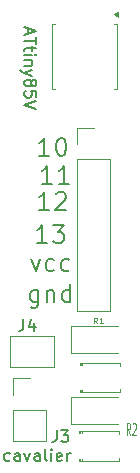
<source format=gbr>
%TF.GenerationSoftware,KiCad,Pcbnew,9.0.2+dfsg-1*%
%TF.CreationDate,2025-10-31T17:19:15+01:00*%
%TF.ProjectId,attiny,61747469-6e79-42e6-9b69-6361645f7063,rev?*%
%TF.SameCoordinates,Original*%
%TF.FileFunction,Legend,Top*%
%TF.FilePolarity,Positive*%
%FSLAX46Y46*%
G04 Gerber Fmt 4.6, Leading zero omitted, Abs format (unit mm)*
G04 Created by KiCad (PCBNEW 9.0.2+dfsg-1) date 2025-10-31 17:19:15*
%MOMM*%
%LPD*%
G01*
G04 APERTURE LIST*
%ADD10C,0.187500*%
%ADD11C,0.125000*%
%ADD12C,0.150000*%
%ADD13C,0.120000*%
G04 APERTURE END LIST*
D10*
X148866212Y-64406678D02*
X148009069Y-64406678D01*
X148437640Y-64406678D02*
X148437640Y-62906678D01*
X148437640Y-62906678D02*
X148294783Y-63120964D01*
X148294783Y-63120964D02*
X148151926Y-63263821D01*
X148151926Y-63263821D02*
X148009069Y-63335250D01*
X150294783Y-64406678D02*
X149437640Y-64406678D01*
X149866211Y-64406678D02*
X149866211Y-62906678D01*
X149866211Y-62906678D02*
X149723354Y-63120964D01*
X149723354Y-63120964D02*
X149580497Y-63263821D01*
X149580497Y-63263821D02*
X149437640Y-63335250D01*
X147723355Y-73406678D02*
X147723355Y-74620964D01*
X147723355Y-74620964D02*
X147651926Y-74763821D01*
X147651926Y-74763821D02*
X147580497Y-74835250D01*
X147580497Y-74835250D02*
X147437640Y-74906678D01*
X147437640Y-74906678D02*
X147223355Y-74906678D01*
X147223355Y-74906678D02*
X147080497Y-74835250D01*
X147723355Y-74335250D02*
X147580497Y-74406678D01*
X147580497Y-74406678D02*
X147294783Y-74406678D01*
X147294783Y-74406678D02*
X147151926Y-74335250D01*
X147151926Y-74335250D02*
X147080497Y-74263821D01*
X147080497Y-74263821D02*
X147009069Y-74120964D01*
X147009069Y-74120964D02*
X147009069Y-73692392D01*
X147009069Y-73692392D02*
X147080497Y-73549535D01*
X147080497Y-73549535D02*
X147151926Y-73478107D01*
X147151926Y-73478107D02*
X147294783Y-73406678D01*
X147294783Y-73406678D02*
X147580497Y-73406678D01*
X147580497Y-73406678D02*
X147723355Y-73478107D01*
X148437640Y-73406678D02*
X148437640Y-74406678D01*
X148437640Y-73549535D02*
X148509069Y-73478107D01*
X148509069Y-73478107D02*
X148651926Y-73406678D01*
X148651926Y-73406678D02*
X148866212Y-73406678D01*
X148866212Y-73406678D02*
X149009069Y-73478107D01*
X149009069Y-73478107D02*
X149080498Y-73620964D01*
X149080498Y-73620964D02*
X149080498Y-74406678D01*
X150437641Y-74406678D02*
X150437641Y-72906678D01*
X150437641Y-74335250D02*
X150294783Y-74406678D01*
X150294783Y-74406678D02*
X150009069Y-74406678D01*
X150009069Y-74406678D02*
X149866212Y-74335250D01*
X149866212Y-74335250D02*
X149794783Y-74263821D01*
X149794783Y-74263821D02*
X149723355Y-74120964D01*
X149723355Y-74120964D02*
X149723355Y-73692392D01*
X149723355Y-73692392D02*
X149794783Y-73549535D01*
X149794783Y-73549535D02*
X149866212Y-73478107D01*
X149866212Y-73478107D02*
X150009069Y-73406678D01*
X150009069Y-73406678D02*
X150294783Y-73406678D01*
X150294783Y-73406678D02*
X150437641Y-73478107D01*
X147137640Y-70806678D02*
X147494783Y-71806678D01*
X147494783Y-71806678D02*
X147851926Y-70806678D01*
X149066212Y-71735250D02*
X148923354Y-71806678D01*
X148923354Y-71806678D02*
X148637640Y-71806678D01*
X148637640Y-71806678D02*
X148494783Y-71735250D01*
X148494783Y-71735250D02*
X148423354Y-71663821D01*
X148423354Y-71663821D02*
X148351926Y-71520964D01*
X148351926Y-71520964D02*
X148351926Y-71092392D01*
X148351926Y-71092392D02*
X148423354Y-70949535D01*
X148423354Y-70949535D02*
X148494783Y-70878107D01*
X148494783Y-70878107D02*
X148637640Y-70806678D01*
X148637640Y-70806678D02*
X148923354Y-70806678D01*
X148923354Y-70806678D02*
X149066212Y-70878107D01*
X150351926Y-71735250D02*
X150209068Y-71806678D01*
X150209068Y-71806678D02*
X149923354Y-71806678D01*
X149923354Y-71806678D02*
X149780497Y-71735250D01*
X149780497Y-71735250D02*
X149709068Y-71663821D01*
X149709068Y-71663821D02*
X149637640Y-71520964D01*
X149637640Y-71520964D02*
X149637640Y-71092392D01*
X149637640Y-71092392D02*
X149709068Y-70949535D01*
X149709068Y-70949535D02*
X149780497Y-70878107D01*
X149780497Y-70878107D02*
X149923354Y-70806678D01*
X149923354Y-70806678D02*
X150209068Y-70806678D01*
X150209068Y-70806678D02*
X150351926Y-70878107D01*
X148666212Y-62006678D02*
X147809069Y-62006678D01*
X148237640Y-62006678D02*
X148237640Y-60506678D01*
X148237640Y-60506678D02*
X148094783Y-60720964D01*
X148094783Y-60720964D02*
X147951926Y-60863821D01*
X147951926Y-60863821D02*
X147809069Y-60935250D01*
X149594783Y-60506678D02*
X149737640Y-60506678D01*
X149737640Y-60506678D02*
X149880497Y-60578107D01*
X149880497Y-60578107D02*
X149951926Y-60649535D01*
X149951926Y-60649535D02*
X150023354Y-60792392D01*
X150023354Y-60792392D02*
X150094783Y-61078107D01*
X150094783Y-61078107D02*
X150094783Y-61435250D01*
X150094783Y-61435250D02*
X150023354Y-61720964D01*
X150023354Y-61720964D02*
X149951926Y-61863821D01*
X149951926Y-61863821D02*
X149880497Y-61935250D01*
X149880497Y-61935250D02*
X149737640Y-62006678D01*
X149737640Y-62006678D02*
X149594783Y-62006678D01*
X149594783Y-62006678D02*
X149451926Y-61935250D01*
X149451926Y-61935250D02*
X149380497Y-61863821D01*
X149380497Y-61863821D02*
X149309068Y-61720964D01*
X149309068Y-61720964D02*
X149237640Y-61435250D01*
X149237640Y-61435250D02*
X149237640Y-61078107D01*
X149237640Y-61078107D02*
X149309068Y-60792392D01*
X149309068Y-60792392D02*
X149380497Y-60649535D01*
X149380497Y-60649535D02*
X149451926Y-60578107D01*
X149451926Y-60578107D02*
X149594783Y-60506678D01*
X148466212Y-69406678D02*
X147609069Y-69406678D01*
X148037640Y-69406678D02*
X148037640Y-67906678D01*
X148037640Y-67906678D02*
X147894783Y-68120964D01*
X147894783Y-68120964D02*
X147751926Y-68263821D01*
X147751926Y-68263821D02*
X147609069Y-68335250D01*
X148966211Y-67906678D02*
X149894783Y-67906678D01*
X149894783Y-67906678D02*
X149394783Y-68478107D01*
X149394783Y-68478107D02*
X149609068Y-68478107D01*
X149609068Y-68478107D02*
X149751926Y-68549535D01*
X149751926Y-68549535D02*
X149823354Y-68620964D01*
X149823354Y-68620964D02*
X149894783Y-68763821D01*
X149894783Y-68763821D02*
X149894783Y-69120964D01*
X149894783Y-69120964D02*
X149823354Y-69263821D01*
X149823354Y-69263821D02*
X149751926Y-69335250D01*
X149751926Y-69335250D02*
X149609068Y-69406678D01*
X149609068Y-69406678D02*
X149180497Y-69406678D01*
X149180497Y-69406678D02*
X149037640Y-69335250D01*
X149037640Y-69335250D02*
X148966211Y-69263821D01*
X148666212Y-66606678D02*
X147809069Y-66606678D01*
X148237640Y-66606678D02*
X148237640Y-65106678D01*
X148237640Y-65106678D02*
X148094783Y-65320964D01*
X148094783Y-65320964D02*
X147951926Y-65463821D01*
X147951926Y-65463821D02*
X147809069Y-65535250D01*
X149237640Y-65249535D02*
X149309068Y-65178107D01*
X149309068Y-65178107D02*
X149451926Y-65106678D01*
X149451926Y-65106678D02*
X149809068Y-65106678D01*
X149809068Y-65106678D02*
X149951926Y-65178107D01*
X149951926Y-65178107D02*
X150023354Y-65249535D01*
X150023354Y-65249535D02*
X150094783Y-65392392D01*
X150094783Y-65392392D02*
X150094783Y-65535250D01*
X150094783Y-65535250D02*
X150023354Y-65749535D01*
X150023354Y-65749535D02*
X149166211Y-66606678D01*
X149166211Y-66606678D02*
X150094783Y-66606678D01*
D11*
X155516666Y-85656119D02*
X155350000Y-85179928D01*
X155230952Y-85656119D02*
X155230952Y-84656119D01*
X155230952Y-84656119D02*
X155421428Y-84656119D01*
X155421428Y-84656119D02*
X155469047Y-84703738D01*
X155469047Y-84703738D02*
X155492857Y-84751357D01*
X155492857Y-84751357D02*
X155516666Y-84846595D01*
X155516666Y-84846595D02*
X155516666Y-84989452D01*
X155516666Y-84989452D02*
X155492857Y-85084690D01*
X155492857Y-85084690D02*
X155469047Y-85132309D01*
X155469047Y-85132309D02*
X155421428Y-85179928D01*
X155421428Y-85179928D02*
X155230952Y-85179928D01*
X155707143Y-84751357D02*
X155730952Y-84703738D01*
X155730952Y-84703738D02*
X155778571Y-84656119D01*
X155778571Y-84656119D02*
X155897619Y-84656119D01*
X155897619Y-84656119D02*
X155945238Y-84703738D01*
X155945238Y-84703738D02*
X155969047Y-84751357D01*
X155969047Y-84751357D02*
X155992857Y-84846595D01*
X155992857Y-84846595D02*
X155992857Y-84941833D01*
X155992857Y-84941833D02*
X155969047Y-85084690D01*
X155969047Y-85084690D02*
X155683333Y-85656119D01*
X155683333Y-85656119D02*
X155992857Y-85656119D01*
D12*
X149266666Y-85254819D02*
X149266666Y-85969104D01*
X149266666Y-85969104D02*
X149219047Y-86111961D01*
X149219047Y-86111961D02*
X149123809Y-86207200D01*
X149123809Y-86207200D02*
X148980952Y-86254819D01*
X148980952Y-86254819D02*
X148885714Y-86254819D01*
X149647619Y-85254819D02*
X150266666Y-85254819D01*
X150266666Y-85254819D02*
X149933333Y-85635771D01*
X149933333Y-85635771D02*
X150076190Y-85635771D01*
X150076190Y-85635771D02*
X150171428Y-85683390D01*
X150171428Y-85683390D02*
X150219047Y-85731009D01*
X150219047Y-85731009D02*
X150266666Y-85826247D01*
X150266666Y-85826247D02*
X150266666Y-86064342D01*
X150266666Y-86064342D02*
X150219047Y-86159580D01*
X150219047Y-86159580D02*
X150171428Y-86207200D01*
X150171428Y-86207200D02*
X150076190Y-86254819D01*
X150076190Y-86254819D02*
X149790476Y-86254819D01*
X149790476Y-86254819D02*
X149695238Y-86207200D01*
X149695238Y-86207200D02*
X149647619Y-86159580D01*
X145314285Y-87807200D02*
X145219047Y-87854819D01*
X145219047Y-87854819D02*
X145028571Y-87854819D01*
X145028571Y-87854819D02*
X144933333Y-87807200D01*
X144933333Y-87807200D02*
X144885714Y-87759580D01*
X144885714Y-87759580D02*
X144838095Y-87664342D01*
X144838095Y-87664342D02*
X144838095Y-87378628D01*
X144838095Y-87378628D02*
X144885714Y-87283390D01*
X144885714Y-87283390D02*
X144933333Y-87235771D01*
X144933333Y-87235771D02*
X145028571Y-87188152D01*
X145028571Y-87188152D02*
X145219047Y-87188152D01*
X145219047Y-87188152D02*
X145314285Y-87235771D01*
X146171428Y-87854819D02*
X146171428Y-87331009D01*
X146171428Y-87331009D02*
X146123809Y-87235771D01*
X146123809Y-87235771D02*
X146028571Y-87188152D01*
X146028571Y-87188152D02*
X145838095Y-87188152D01*
X145838095Y-87188152D02*
X145742857Y-87235771D01*
X146171428Y-87807200D02*
X146076190Y-87854819D01*
X146076190Y-87854819D02*
X145838095Y-87854819D01*
X145838095Y-87854819D02*
X145742857Y-87807200D01*
X145742857Y-87807200D02*
X145695238Y-87711961D01*
X145695238Y-87711961D02*
X145695238Y-87616723D01*
X145695238Y-87616723D02*
X145742857Y-87521485D01*
X145742857Y-87521485D02*
X145838095Y-87473866D01*
X145838095Y-87473866D02*
X146076190Y-87473866D01*
X146076190Y-87473866D02*
X146171428Y-87426247D01*
X146552381Y-87188152D02*
X146790476Y-87854819D01*
X146790476Y-87854819D02*
X147028571Y-87188152D01*
X147838095Y-87854819D02*
X147838095Y-87331009D01*
X147838095Y-87331009D02*
X147790476Y-87235771D01*
X147790476Y-87235771D02*
X147695238Y-87188152D01*
X147695238Y-87188152D02*
X147504762Y-87188152D01*
X147504762Y-87188152D02*
X147409524Y-87235771D01*
X147838095Y-87807200D02*
X147742857Y-87854819D01*
X147742857Y-87854819D02*
X147504762Y-87854819D01*
X147504762Y-87854819D02*
X147409524Y-87807200D01*
X147409524Y-87807200D02*
X147361905Y-87711961D01*
X147361905Y-87711961D02*
X147361905Y-87616723D01*
X147361905Y-87616723D02*
X147409524Y-87521485D01*
X147409524Y-87521485D02*
X147504762Y-87473866D01*
X147504762Y-87473866D02*
X147742857Y-87473866D01*
X147742857Y-87473866D02*
X147838095Y-87426247D01*
X148457143Y-87854819D02*
X148361905Y-87807200D01*
X148361905Y-87807200D02*
X148314286Y-87711961D01*
X148314286Y-87711961D02*
X148314286Y-86854819D01*
X148838096Y-87854819D02*
X148838096Y-87188152D01*
X148838096Y-86854819D02*
X148790477Y-86902438D01*
X148790477Y-86902438D02*
X148838096Y-86950057D01*
X148838096Y-86950057D02*
X148885715Y-86902438D01*
X148885715Y-86902438D02*
X148838096Y-86854819D01*
X148838096Y-86854819D02*
X148838096Y-86950057D01*
X149695238Y-87807200D02*
X149600000Y-87854819D01*
X149600000Y-87854819D02*
X149409524Y-87854819D01*
X149409524Y-87854819D02*
X149314286Y-87807200D01*
X149314286Y-87807200D02*
X149266667Y-87711961D01*
X149266667Y-87711961D02*
X149266667Y-87331009D01*
X149266667Y-87331009D02*
X149314286Y-87235771D01*
X149314286Y-87235771D02*
X149409524Y-87188152D01*
X149409524Y-87188152D02*
X149600000Y-87188152D01*
X149600000Y-87188152D02*
X149695238Y-87235771D01*
X149695238Y-87235771D02*
X149742857Y-87331009D01*
X149742857Y-87331009D02*
X149742857Y-87426247D01*
X149742857Y-87426247D02*
X149266667Y-87521485D01*
X150171429Y-87854819D02*
X150171429Y-87188152D01*
X150171429Y-87378628D02*
X150219048Y-87283390D01*
X150219048Y-87283390D02*
X150266667Y-87235771D01*
X150266667Y-87235771D02*
X150361905Y-87188152D01*
X150361905Y-87188152D02*
X150457143Y-87188152D01*
D11*
X152716666Y-76224809D02*
X152550000Y-75986714D01*
X152430952Y-76224809D02*
X152430952Y-75724809D01*
X152430952Y-75724809D02*
X152621428Y-75724809D01*
X152621428Y-75724809D02*
X152669047Y-75748619D01*
X152669047Y-75748619D02*
X152692857Y-75772428D01*
X152692857Y-75772428D02*
X152716666Y-75820047D01*
X152716666Y-75820047D02*
X152716666Y-75891476D01*
X152716666Y-75891476D02*
X152692857Y-75939095D01*
X152692857Y-75939095D02*
X152669047Y-75962904D01*
X152669047Y-75962904D02*
X152621428Y-75986714D01*
X152621428Y-75986714D02*
X152430952Y-75986714D01*
X153192857Y-76224809D02*
X152907143Y-76224809D01*
X153050000Y-76224809D02*
X153050000Y-75724809D01*
X153050000Y-75724809D02*
X153002381Y-75796238D01*
X153002381Y-75796238D02*
X152954762Y-75843857D01*
X152954762Y-75843857D02*
X152907143Y-75867666D01*
D12*
X146466666Y-75854819D02*
X146466666Y-76569104D01*
X146466666Y-76569104D02*
X146419047Y-76711961D01*
X146419047Y-76711961D02*
X146323809Y-76807200D01*
X146323809Y-76807200D02*
X146180952Y-76854819D01*
X146180952Y-76854819D02*
X146085714Y-76854819D01*
X147371428Y-76188152D02*
X147371428Y-76854819D01*
X147133333Y-75807200D02*
X146895238Y-76521485D01*
X146895238Y-76521485D02*
X147514285Y-76521485D01*
X146830895Y-51242857D02*
X146830895Y-51719047D01*
X146545180Y-51147619D02*
X147545180Y-51480952D01*
X147545180Y-51480952D02*
X146545180Y-51814285D01*
X147545180Y-52004762D02*
X147545180Y-52576190D01*
X146545180Y-52290476D02*
X147545180Y-52290476D01*
X147211847Y-52766667D02*
X147211847Y-53147619D01*
X147545180Y-52909524D02*
X146688038Y-52909524D01*
X146688038Y-52909524D02*
X146592800Y-52957143D01*
X146592800Y-52957143D02*
X146545180Y-53052381D01*
X146545180Y-53052381D02*
X146545180Y-53147619D01*
X146545180Y-53480953D02*
X147211847Y-53480953D01*
X147545180Y-53480953D02*
X147497561Y-53433334D01*
X147497561Y-53433334D02*
X147449942Y-53480953D01*
X147449942Y-53480953D02*
X147497561Y-53528572D01*
X147497561Y-53528572D02*
X147545180Y-53480953D01*
X147545180Y-53480953D02*
X147449942Y-53480953D01*
X147211847Y-53957143D02*
X146545180Y-53957143D01*
X147116609Y-53957143D02*
X147164228Y-54004762D01*
X147164228Y-54004762D02*
X147211847Y-54100000D01*
X147211847Y-54100000D02*
X147211847Y-54242857D01*
X147211847Y-54242857D02*
X147164228Y-54338095D01*
X147164228Y-54338095D02*
X147068990Y-54385714D01*
X147068990Y-54385714D02*
X146545180Y-54385714D01*
X147211847Y-54766667D02*
X146545180Y-55004762D01*
X147211847Y-55242857D02*
X146545180Y-55004762D01*
X146545180Y-55004762D02*
X146307085Y-54909524D01*
X146307085Y-54909524D02*
X146259466Y-54861905D01*
X146259466Y-54861905D02*
X146211847Y-54766667D01*
X147116609Y-55766667D02*
X147164228Y-55671429D01*
X147164228Y-55671429D02*
X147211847Y-55623810D01*
X147211847Y-55623810D02*
X147307085Y-55576191D01*
X147307085Y-55576191D02*
X147354704Y-55576191D01*
X147354704Y-55576191D02*
X147449942Y-55623810D01*
X147449942Y-55623810D02*
X147497561Y-55671429D01*
X147497561Y-55671429D02*
X147545180Y-55766667D01*
X147545180Y-55766667D02*
X147545180Y-55957143D01*
X147545180Y-55957143D02*
X147497561Y-56052381D01*
X147497561Y-56052381D02*
X147449942Y-56100000D01*
X147449942Y-56100000D02*
X147354704Y-56147619D01*
X147354704Y-56147619D02*
X147307085Y-56147619D01*
X147307085Y-56147619D02*
X147211847Y-56100000D01*
X147211847Y-56100000D02*
X147164228Y-56052381D01*
X147164228Y-56052381D02*
X147116609Y-55957143D01*
X147116609Y-55957143D02*
X147116609Y-55766667D01*
X147116609Y-55766667D02*
X147068990Y-55671429D01*
X147068990Y-55671429D02*
X147021371Y-55623810D01*
X147021371Y-55623810D02*
X146926133Y-55576191D01*
X146926133Y-55576191D02*
X146735657Y-55576191D01*
X146735657Y-55576191D02*
X146640419Y-55623810D01*
X146640419Y-55623810D02*
X146592800Y-55671429D01*
X146592800Y-55671429D02*
X146545180Y-55766667D01*
X146545180Y-55766667D02*
X146545180Y-55957143D01*
X146545180Y-55957143D02*
X146592800Y-56052381D01*
X146592800Y-56052381D02*
X146640419Y-56100000D01*
X146640419Y-56100000D02*
X146735657Y-56147619D01*
X146735657Y-56147619D02*
X146926133Y-56147619D01*
X146926133Y-56147619D02*
X147021371Y-56100000D01*
X147021371Y-56100000D02*
X147068990Y-56052381D01*
X147068990Y-56052381D02*
X147116609Y-55957143D01*
X147545180Y-57052381D02*
X147545180Y-56576191D01*
X147545180Y-56576191D02*
X147068990Y-56528572D01*
X147068990Y-56528572D02*
X147116609Y-56576191D01*
X147116609Y-56576191D02*
X147164228Y-56671429D01*
X147164228Y-56671429D02*
X147164228Y-56909524D01*
X147164228Y-56909524D02*
X147116609Y-57004762D01*
X147116609Y-57004762D02*
X147068990Y-57052381D01*
X147068990Y-57052381D02*
X146973752Y-57100000D01*
X146973752Y-57100000D02*
X146735657Y-57100000D01*
X146735657Y-57100000D02*
X146640419Y-57052381D01*
X146640419Y-57052381D02*
X146592800Y-57004762D01*
X146592800Y-57004762D02*
X146545180Y-56909524D01*
X146545180Y-56909524D02*
X146545180Y-56671429D01*
X146545180Y-56671429D02*
X146592800Y-56576191D01*
X146592800Y-56576191D02*
X146640419Y-56528572D01*
X147545180Y-57385715D02*
X146545180Y-57719048D01*
X146545180Y-57719048D02*
X147545180Y-58052381D01*
D13*
%TO.C,D1*%
X151220000Y-79540000D02*
X151220000Y-79720000D01*
X151220000Y-79540000D02*
X154640000Y-79540000D01*
X151220000Y-81880000D02*
X151220000Y-82060000D01*
X151220000Y-82060000D02*
X154640000Y-82060000D01*
X151340000Y-79540000D02*
X151340000Y-79720000D01*
X151340000Y-81880000D02*
X151340000Y-82060000D01*
X151460000Y-79540000D02*
X151460000Y-79720000D01*
X151460000Y-81880000D02*
X151460000Y-82060000D01*
X154640000Y-79540000D02*
X154640000Y-79814000D01*
X154640000Y-81786000D02*
X154640000Y-82060000D01*
%TO.C,D2*%
X151160000Y-85340000D02*
X151160000Y-85520000D01*
X151160000Y-85340000D02*
X154580000Y-85340000D01*
X151160000Y-87680000D02*
X151160000Y-87860000D01*
X151160000Y-87860000D02*
X154580000Y-87860000D01*
X151280000Y-85340000D02*
X151280000Y-85520000D01*
X151280000Y-87680000D02*
X151280000Y-87860000D01*
X151400000Y-85340000D02*
X151400000Y-85520000D01*
X151400000Y-87680000D02*
X151400000Y-87860000D01*
X154580000Y-85340000D02*
X154580000Y-85614000D01*
X154580000Y-87586000D02*
X154580000Y-87860000D01*
%TO.C,R2*%
X150452500Y-82465000D02*
X150452500Y-84735000D01*
X150452500Y-84735000D02*
X154512500Y-84735000D01*
X154512500Y-82465000D02*
X150452500Y-82465000D01*
%TO.C,J3*%
X145620000Y-80880000D02*
X147000000Y-80880000D01*
X145620000Y-82260000D02*
X145620000Y-80880000D01*
X145620000Y-83530000D02*
X145620000Y-86180000D01*
X145620000Y-83530000D02*
X148380000Y-83530000D01*
X145620000Y-86180000D02*
X148380000Y-86180000D01*
X148380000Y-83530000D02*
X148380000Y-86180000D01*
%TO.C,R1*%
X150452500Y-76465000D02*
X150452500Y-78735000D01*
X150452500Y-78735000D02*
X154512500Y-78735000D01*
X154512500Y-76465000D02*
X150452500Y-76465000D01*
%TO.C,J1*%
X151020000Y-59670000D02*
X152400000Y-59670000D01*
X151020000Y-61050000D02*
X151020000Y-59670000D01*
X151020000Y-62320000D02*
X151020000Y-75130000D01*
X151020000Y-62320000D02*
X153780000Y-62320000D01*
X151020000Y-75130000D02*
X153780000Y-75130000D01*
X153780000Y-62320000D02*
X153780000Y-75130000D01*
%TO.C,J4*%
X145350000Y-77300000D02*
X145350000Y-79900000D01*
X145350000Y-77300000D02*
X149050000Y-77300000D01*
X149050000Y-77300000D02*
X149050000Y-79900000D01*
X149050000Y-79900000D02*
X145350000Y-79900000D01*
%TO.C,U1*%
X148875000Y-50827500D02*
X149145000Y-50827500D01*
X148875000Y-53587500D02*
X148875000Y-50827500D01*
X148875000Y-53587500D02*
X148875000Y-56347500D01*
X148875000Y-56347500D02*
X149145000Y-56347500D01*
X154395000Y-50827500D02*
X154125000Y-50827500D01*
X154395000Y-53587500D02*
X154395000Y-50827500D01*
X154395000Y-53587500D02*
X154395000Y-56347500D01*
X154395000Y-56347500D02*
X154125000Y-56347500D01*
X154455000Y-50302500D02*
X154125000Y-50062500D01*
X154455000Y-49822500D01*
X154455000Y-50302500D01*
G36*
X154455000Y-50302500D02*
G01*
X154125000Y-50062500D01*
X154455000Y-49822500D01*
X154455000Y-50302500D01*
G37*
%TD*%
M02*

</source>
